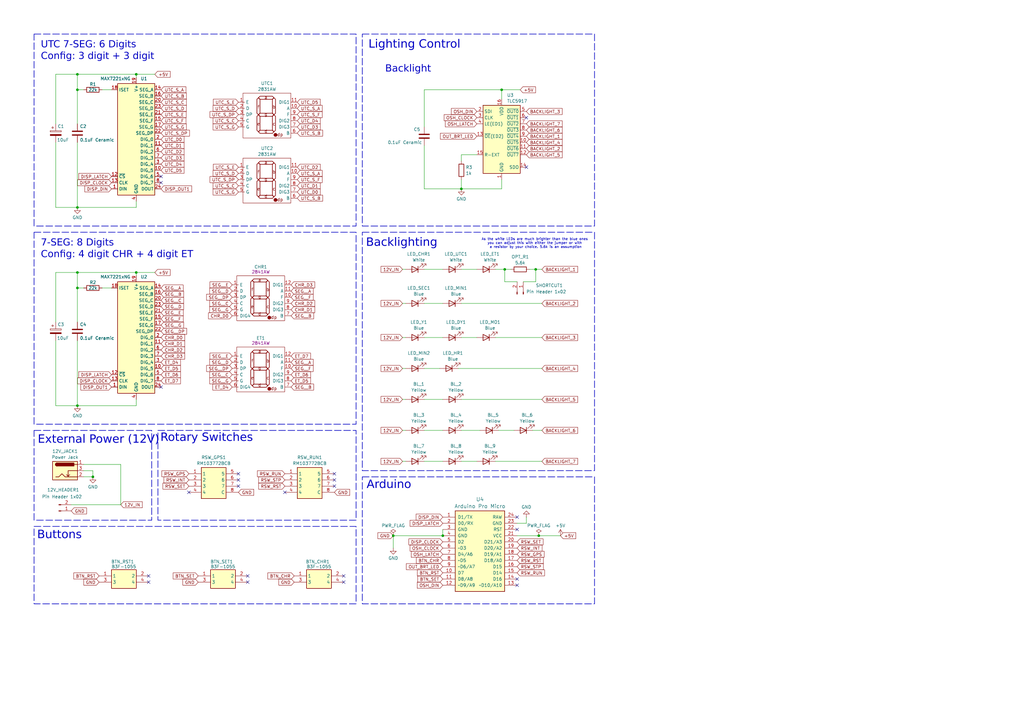
<source format=kicad_sch>
(kicad_sch (version 20231120) (generator "eeschema") (generator_version "8.0")
  (paper "A3")
  (title_block (title "CHRONO Panel") (date "2024-12-08") (rev "V1.0") (company "S.K."))
  (junction (at 31.75 36.83))
  (junction (at 161.29 219.71))
  (junction (at 220.98 219.71))
  (junction (at 31.75 85.09))
  (junction (at 189.23 77.47))
  (junction (at 38.1 195.58))
  (junction (at 181.61 219.71))
  (junction (at 31.75 118.11))
  (junction (at 205.74 36.83))
  (junction (at 55.88 30.48))
  (junction (at 31.75 30.48))
  (junction (at 207.01 110.49))
  (junction (at 55.88 111.76))
  (junction (at 31.75 111.76))
  (junction (at 219.71 110.49))
  (junction (at 31.75 166.37))
  (no_connect (at 66.04 72.39))
  (no_connect (at 101.6 238.76))
  (no_connect (at 60.96 238.76))
  (no_connect (at 212.09 240.03))
  (no_connect (at 97.79 194.31))
  (no_connect (at 215.9 68.58))
  (no_connect (at 140.97 236.22))
  (no_connect (at 140.97 238.76))
  (no_connect (at 137.16 194.31))
  (no_connect (at 66.04 158.75))
  (no_connect (at 116.84 201.93))
  (no_connect (at 137.16 199.39))
  (no_connect (at 212.09 237.49))
  (no_connect (at 66.04 74.93))
  (no_connect (at 212.09 212.09))
  (no_connect (at 212.09 217.17))
  (no_connect (at 137.16 196.85))
  (no_connect (at 101.6 236.22))
  (no_connect (at 215.9 48.26))
  (no_connect (at 77.47 201.93))
  (no_connect (at 97.79 199.39))
  (no_connect (at 60.96 236.22))
  (no_connect (at 97.79 196.85))
  (wire (pts (xy 55.88 30.48) (xy 55.88 31.75)))
  (wire (pts (xy 205.74 77.47) (xy 205.74 73.66)))
  (wire (pts (xy 173.99 59.69) (xy 173.99 77.47)))
  (wire (pts (xy 49.53 190.5) (xy 49.53 207.01)))
  (wire (pts (xy 214.63 115.57) (xy 219.71 115.57)))
  (wire (pts (xy 215.9 214.63) (xy 215.9 212.09)))
  (wire (pts (xy 22.86 58.42) (xy 22.86 85.09)))
  (wire (pts (xy 34.29 195.58) (xy 38.1 195.58)))
  (wire (pts (xy 203.2 138.43) (xy 222.25 138.43)))
  (wire (pts (xy 189.23 77.47) (xy 205.74 77.47)))
  (wire (pts (xy 173.99 189.23) (xy 181.61 189.23)))
  (wire (pts (xy 165.1 110.49) (xy 166.37 110.49)))
  (wire (pts (xy 189.23 110.49) (xy 195.58 110.49)))
  (wire (pts (xy 204.47 176.53) (xy 210.82 176.53)))
  (wire (pts (xy 31.75 36.83) (xy 31.75 30.48)))
  (wire (pts (xy 31.75 139.7) (xy 31.75 166.37)))
  (wire (pts (xy 173.99 151.13) (xy 180.34 151.13)))
  (wire (pts (xy 203.2 189.23) (xy 222.25 189.23)))
  (wire (pts (xy 161.29 224.79) (xy 161.29 219.71)))
  (wire (pts (xy 31.75 85.09) (xy 22.86 85.09)))
  (wire (pts (xy 63.5 111.76) (xy 55.88 111.76)))
  (wire (pts (xy 55.88 166.37) (xy 31.75 166.37)))
  (wire (pts (xy 187.96 151.13) (xy 222.25 151.13)))
  (wire (pts (xy 161.29 219.71) (xy 181.61 219.71)))
  (wire (pts (xy 34.29 118.11) (xy 31.75 118.11)))
  (wire (pts (xy 29.21 207.01) (xy 49.53 207.01)))
  (wire (pts (xy 166.37 163.83) (xy 165.1 163.83)))
  (wire (pts (xy 22.86 132.08) (xy 22.86 111.76)))
  (wire (pts (xy 34.29 190.5) (xy 49.53 190.5)))
  (wire (pts (xy 217.17 110.49) (xy 219.71 110.49)))
  (wire (pts (xy 166.37 124.46) (xy 165.1 124.46)))
  (wire (pts (xy 205.74 36.83) (xy 213.36 36.83)))
  (wire (pts (xy 41.91 36.83) (xy 45.72 36.83)))
  (wire (pts (xy 31.75 118.11) (xy 31.75 132.08)))
  (wire (pts (xy 166.37 151.13) (xy 165.1 151.13)))
  (wire (pts (xy 189.23 63.5) (xy 189.23 66.04)))
  (wire (pts (xy 212.09 219.71) (xy 220.98 219.71)))
  (wire (pts (xy 34.29 36.83) (xy 31.75 36.83)))
  (wire (pts (xy 22.86 50.8) (xy 22.86 30.48)))
  (wire (pts (xy 38.1 193.04) (xy 38.1 195.58)))
  (wire (pts (xy 207.01 115.57) (xy 207.01 110.49)))
  (wire (pts (xy 189.23 138.43) (xy 195.58 138.43)))
  (wire (pts (xy 195.58 63.5) (xy 189.23 63.5)))
  (wire (pts (xy 218.44 176.53) (xy 222.25 176.53)))
  (wire (pts (xy 173.99 77.47) (xy 189.23 77.47)))
  (wire (pts (xy 55.88 111.76) (xy 55.88 113.03)))
  (wire (pts (xy 189.23 189.23) (xy 195.58 189.23)))
  (wire (pts (xy 173.99 176.53) (xy 181.61 176.53)))
  (wire (pts (xy 181.61 217.17) (xy 181.61 219.71)))
  (wire (pts (xy 31.75 30.48) (xy 55.88 30.48)))
  (wire (pts (xy 34.29 193.04) (xy 38.1 193.04)))
  (wire (pts (xy 173.99 124.46) (xy 181.61 124.46)))
  (wire (pts (xy 219.71 115.57) (xy 219.71 110.49)))
  (wire (pts (xy 207.01 110.49) (xy 209.55 110.49)))
  (wire (pts (xy 55.88 163.83) (xy 55.88 166.37)))
  (wire (pts (xy 22.86 111.76) (xy 31.75 111.76)))
  (wire (pts (xy 173.99 36.83) (xy 205.74 36.83)))
  (wire (pts (xy 31.75 111.76) (xy 55.88 111.76)))
  (wire (pts (xy 166.37 138.43) (xy 165.1 138.43)))
  (wire (pts (xy 22.86 139.7) (xy 22.86 166.37)))
  (wire (pts (xy 189.23 124.46) (xy 222.25 124.46)))
  (wire (pts (xy 189.23 163.83) (xy 222.25 163.83)))
  (wire (pts (xy 219.71 110.49) (xy 222.25 110.49)))
  (wire (pts (xy 55.88 85.09) (xy 31.75 85.09)))
  (wire (pts (xy 31.75 166.37) (xy 22.86 166.37)))
  (wire (pts (xy 165.1 176.53) (xy 166.37 176.53)))
  (wire (pts (xy 189.23 176.53) (xy 196.85 176.53)))
  (wire (pts (xy 31.75 36.83) (xy 31.75 50.8)))
  (wire (pts (xy 55.88 82.55) (xy 55.88 85.09)))
  (wire (pts (xy 212.09 214.63) (xy 215.9 214.63)))
  (wire (pts (xy 173.99 36.83) (xy 173.99 52.07)))
  (wire (pts (xy 220.98 219.71) (xy 229.87 219.71)))
  (wire (pts (xy 189.23 73.66) (xy 189.23 77.47)))
  (wire (pts (xy 205.74 36.83) (xy 205.74 40.64)))
  (wire (pts (xy 31.75 58.42) (xy 31.75 85.09)))
  (wire (pts (xy 173.99 163.83) (xy 181.61 163.83)))
  (wire (pts (xy 203.2 110.49) (xy 207.01 110.49)))
  (wire (pts (xy 41.91 118.11) (xy 45.72 118.11)))
  (wire (pts (xy 173.99 110.49) (xy 181.61 110.49)))
  (wire (pts (xy 22.86 30.48) (xy 31.75 30.48)))
  (wire (pts (xy 63.5 30.48) (xy 55.88 30.48)))
  (wire (pts (xy 212.09 115.57) (xy 207.01 115.57)))
  (wire (pts (xy 173.99 138.43) (xy 181.61 138.43)))
  (wire (pts (xy 31.75 118.11) (xy 31.75 111.76)))
  (wire (pts (xy 166.37 189.23) (xy 165.1 189.23)))
  (rectangle (start 148.59 13.97) (end 243.84 92.71) (stroke (width 0.254) (type dash)))
  (rectangle (start 64.77 176.53) (end 146.05 213.36) (stroke (width 0.254) (type dash)))
  (rectangle (start 148.59 195.58) (end 243.84 247.65) (stroke (width 0.254) (type dash)))
  (rectangle (start 13.97 215.9) (end 146.05 247.65) (stroke (width 0.254) (type dash)))
  (rectangle (start 13.97 95.25) (end 146.05 173.99) (stroke (width 0.254) (type dash)))
  (rectangle (start 13.97 13.97) (end 146.05 92.71) (stroke (width 0.254) (type dash)))
  (rectangle (start 148.5899 95.25) (end 243.84 193.04) (stroke (width 0.254) (type dash)))
  (rectangle (start 13.97 176.53) (end 62.23 213.36) (stroke (width 0.254) (type dash)))
  (text "Arduino" (at 150.368 197.866 0) (effects (font (size 3.3782 3.3782)) (justify left top)))
  (text "External Power (12V)" (at 15.494 179.324 0) (effects (font (size 3.3782 3.3782)) (justify left top)))
  (text "Backlighting" (at 150.114 98.552 0) (effects (font (size 3.3782 3.3782)) (justify left top)))
  (text "Backlight" (at 157.988 27.432 0) (effects (font (size 2.8956 2.8956)) (justify left top)))
  (text "Rotary Switches" (at 65.786 178.562 0) (effects (font (size 3.3782 3.3782)) (justify left top)))
  (text "Lighting Control" (at 151.13 17.272 0) (effects (font (size 3.3782 3.3782)) (justify left top)))
  (text "UTC 7-SEG: 6 Digits\nConfig: 3 digit + 3 digit" (at 16.764 17.526 0) (effects (font (size 2.8448 2.8448)) (justify left top)))
  (text "As the white LEDs are much brighter than the blue ones \nyou can adjust this with either the jumper or with \na resistor by your choice. 5.6k is an assumption" (at 219.71 99.822 0) (effects (font (size 1 1))))
  (text "Buttons" (at 15.24 218.44 0) (effects (font (size 3.3782 3.3782)) (justify left top)))
  (text "7-SEG: 8 Digits\nConfig: 4 digit CHR + 4 digit ET" (at 16.764 98.806 0) (effects (font (size 2.8448 2.8448)) (justify left top)))
  (global_label "DISP_DIN" (shape input) (at 181.61 212.09 180) (property "Intersheetrefs" "${INTERSHEET_REFS}" (effects (hide yes))))
  (global_label "RSW_STP" (shape input) (at 212.09 232.41 0) (property "Intersheetrefs" "${INTERSHEET_REFS}" (effects (hide yes))))
  (global_label "12V_IN" (shape input) (at 165.1 163.83 180) (property "Intersheetrefs" "${INTERSHEET_REFS}" (effects (hide yes))))
  (global_label "UTC_S_C" (shape input) (at 66.04 41.91 0) (property "Intersheetrefs" "${INTERSHEET_REFS}" (effects (hide yes))))
  (global_label "OUT_BRT_LED" (shape input) (at 195.58 55.88 180) (property "Intersheetrefs" "${INTERSHEET_REFS}" (effects (hide yes))))
  (global_label "UTC_D1" (shape input) (at 121.92 76.2 0) (property "Intersheetrefs" "${INTERSHEET_REFS}" (effects (hide yes))))
  (global_label "12V_IN" (shape input) (at 165.1 151.13 180) (property "Intersheetrefs" "${INTERSHEET_REFS}" (effects (hide yes))))
  (global_label "OSH_DIN" (shape input) (at 181.61 240.03 180) (property "Intersheetrefs" "${INTERSHEET_REFS}" (effects (hide yes))))
  (global_label "RSW_SET" (shape input) (at 212.09 222.25 0) (property "Intersheetrefs" "${INTERSHEET_REFS}" (effects (hide yes))))
  (global_label "RSW_GPS" (shape input) (at 212.09 227.33 0) (property "Intersheetrefs" "${INTERSHEET_REFS}" (effects (hide yes))))
  (global_label "12V_IN" (shape input) (at 49.53 207.01 0) (property "Intersheetrefs" "${INTERSHEET_REFS}" (effects (hide yes))))
  (global_label "DISP_CLOCK" (shape input) (at 45.72 156.21 180) (property "Intersheetrefs" "${INTERSHEET_REFS}" (effects (hide yes))))
  (global_label "DISP_LATCH" (shape input) (at 45.72 72.39 180) (property "Intersheetrefs" "${INTERSHEET_REFS}" (effects (hide yes))))
  (global_label "SEG__G" (shape input) (at 95.25 156.21 180) (property "Intersheetrefs" "${INTERSHEET_REFS}" (effects (hide yes))))
  (global_label "UTC_D4" (shape input) (at 121.92 49.53 0) (property "Intersheetrefs" "${INTERSHEET_REFS}" (effects (hide yes))))
  (global_label "RSW_RUN" (shape input) (at 212.09 234.95 0) (property "Intersheetrefs" "${INTERSHEET_REFS}" (effects (hide yes))))
  (global_label "SEG__E" (shape input) (at 66.04 128.27 0) (property "Intersheetrefs" "${INTERSHEET_REFS}" (effects (hide yes))))
  (global_label "DISP_DIN" (shape input) (at 45.72 77.47 180) (property "Intersheetrefs" "${INTERSHEET_REFS}" (effects (hide yes))))
  (global_label "UTC_S_G" (shape input) (at 97.79 78.74 180) (property "Intersheetrefs" "${INTERSHEET_REFS}" (effects (hide yes))))
  (global_label "GND" (shape input) (at 81.28 238.76 180) (property "Intersheetrefs" "${INTERSHEET_REFS}" (effects (hide yes))))
  (global_label "BTN_CHR" (shape input) (at 181.61 229.87 180) (property "Intersheetrefs" "${INTERSHEET_REFS}" (effects (hide yes))))
  (global_label "DISP_LATCH" (shape input) (at 45.72 153.67 180) (property "Intersheetrefs" "${INTERSHEET_REFS}" (effects (hide yes))))
  (global_label "BTN_SET" (shape input) (at 181.61 237.49 180) (property "Intersheetrefs" "${INTERSHEET_REFS}" (effects (hide yes))))
  (global_label "UTC_S_DP" (shape input) (at 66.04 54.61 0) (property "Intersheetrefs" "${INTERSHEET_REFS}" (effects (hide yes))))
  (global_label "BACKLIGHT_4" (shape input) (at 215.9 58.42 0) (property "Intersheetrefs" "${INTERSHEET_REFS}" (effects (hide yes))))
  (global_label "OSH_CLOCK" (shape input) (at 181.61 224.79 180) (property "Intersheetrefs" "${INTERSHEET_REFS}" (effects (hide yes))))
  (global_label "UTC_D3" (shape input) (at 66.04 64.77 0) (property "Intersheetrefs" "${INTERSHEET_REFS}" (effects (hide yes))))
  (global_label "SEG__E" (shape input) (at 95.25 146.05 180) (property "Intersheetrefs" "${INTERSHEET_REFS}" (effects (hide yes))))
  (global_label "UTC_S_C" (shape input) (at 97.79 49.53 180) (property "Intersheetrefs" "${INTERSHEET_REFS}" (effects (hide yes))))
  (global_label "RSW_INT" (shape input) (at 212.09 224.79 0) (property "Intersheetrefs" "${INTERSHEET_REFS}" (effects (hide yes))))
  (global_label "UTC_S_F" (shape input) (at 121.92 73.66 0) (property "Intersheetrefs" "${INTERSHEET_REFS}" (effects (hide yes))))
  (global_label "BTN_SET" (shape input) (at 81.28 236.22 180) (property "Intersheetrefs" "${INTERSHEET_REFS}" (effects (hide yes))))
  (global_label "SEG__D" (shape input) (at 66.04 125.73 0) (property "Intersheetrefs" "${INTERSHEET_REFS}" (effects (hide yes))))
  (global_label "RSW_GPS" (shape input) (at 77.47 194.31 180) (property "Intersheetrefs" "${INTERSHEET_REFS}" (effects (hide yes))))
  (global_label "BACKLIGHT_7" (shape input) (at 215.9 50.8 0) (property "Intersheetrefs" "${INTERSHEET_REFS}" (effects (hide yes))))
  (global_label "UTC_S_A" (shape input) (at 121.92 71.12 0) (property "Intersheetrefs" "${INTERSHEET_REFS}" (effects (hide yes))))
  (global_label "UTC_S_F" (shape input) (at 121.92 46.99 0) (property "Intersheetrefs" "${INTERSHEET_REFS}" (effects (hide yes))))
  (global_label "UTC_D5" (shape input) (at 121.92 41.91 0) (property "Intersheetrefs" "${INTERSHEET_REFS}" (effects (hide yes))))
  (global_label "RSW_INT" (shape input) (at 77.47 196.85 180) (property "Intersheetrefs" "${INTERSHEET_REFS}" (effects (hide yes))))
  (global_label "ET_D6" (shape input) (at 66.04 153.67 0) (property "Intersheetrefs" "${INTERSHEET_REFS}" (effects (hide yes))))
  (global_label "UTC_S_C" (shape input) (at 97.79 76.2 180) (property "Intersheetrefs" "${INTERSHEET_REFS}" (effects (hide yes))))
  (global_label "GND" (shape input) (at 40.64 238.76 180) (property "Intersheetrefs" "${INTERSHEET_REFS}" (effects (hide yes))))
  (global_label "+5V" (shape input) (at 213.36 36.83 0) (property "Intersheetrefs" "${INTERSHEET_REFS}" (effects (hide yes))))
  (global_label "DISP_OUT1" (shape input) (at 66.04 77.47 0) (property "Intersheetrefs" "${INTERSHEET_REFS}" (effects (hide yes))))
  (global_label "DISP_CLOCK" (shape input) (at 45.72 74.93 180) (property "Intersheetrefs" "${INTERSHEET_REFS}" (effects (hide yes))))
  (global_label "OSH_DIN" (shape input) (at 195.58 45.72 180) (property "Intersheetrefs" "${INTERSHEET_REFS}" (effects (hide yes))))
  (global_label "ET_D5" (shape input) (at 66.04 151.13 0) (property "Intersheetrefs" "${INTERSHEET_REFS}" (effects (hide yes))))
  (global_label "BACKLIGHT_5" (shape input) (at 222.25 163.83 0) (property "Intersheetrefs" "${INTERSHEET_REFS}" (effects (hide yes))))
  (global_label "BACKLIGHT_6" (shape input) (at 215.9 53.34 0) (property "Intersheetrefs" "${INTERSHEET_REFS}" (effects (hide yes))))
  (global_label "DISP_LATCH" (shape input) (at 181.61 214.63 180) (property "Intersheetrefs" "${INTERSHEET_REFS}" (effects (hide yes))))
  (global_label "ET_D7" (shape input) (at 119.38 146.05 0) (property "Intersheetrefs" "${INTERSHEET_REFS}" (effects (hide yes))))
  (global_label "SEG__C" (shape input) (at 66.04 123.19 0) (property "Intersheetrefs" "${INTERSHEET_REFS}" (effects (hide yes))))
  (global_label "SEG__B" (shape input) (at 66.04 120.65 0) (property "Intersheetrefs" "${INTERSHEET_REFS}" (effects (hide yes))))
  (global_label "UTC_S_DP" (shape input) (at 97.79 46.99 180) (property "Intersheetrefs" "${INTERSHEET_REFS}" (effects (hide yes))))
  (global_label "UTC_D0" (shape input) (at 121.92 78.74 0) (property "Intersheetrefs" "${INTERSHEET_REFS}" (effects (hide yes))))
  (global_label "SEG__G" (shape input) (at 95.25 127 180) (property "Intersheetrefs" "${INTERSHEET_REFS}" (effects (hide yes))))
  (global_label "UTC_S_A" (shape input) (at 121.92 44.45 0) (property "Intersheetrefs" "${INTERSHEET_REFS}" (effects (hide yes))))
  (global_label "SEG__B" (shape input) (at 119.38 158.75 0) (property "Intersheetrefs" "${INTERSHEET_REFS}" (effects (hide yes))))
  (global_label "SEG__DP" (shape input) (at 95.25 121.92 180) (property "Intersheetrefs" "${INTERSHEET_REFS}" (effects (hide yes))))
  (global_label "+5V" (shape input) (at 63.5 30.48 0) (property "Intersheetrefs" "${INTERSHEET_REFS}" (effects (hide yes))))
  (global_label "UTC_S_E" (shape input) (at 97.79 68.58 180) (property "Intersheetrefs" "${INTERSHEET_REFS}" (effects (hide yes))))
  (global_label "DISP_OUT1" (shape input) (at 45.72 158.75 180) (property "Intersheetrefs" "${INTERSHEET_REFS}" (effects (hide yes))))
  (global_label "BACKLIGHT_1" (shape input) (at 222.25 110.49 0) (property "Intersheetrefs" "${INTERSHEET_REFS}" (effects (hide yes))))
  (global_label "BACKLIGHT_5" (shape input) (at 215.9 63.5 0) (property "Intersheetrefs" "${INTERSHEET_REFS}" (effects (hide yes))))
  (global_label "RSW_RST" (shape input) (at 116.84 199.39 180) (property "Intersheetrefs" "${INTERSHEET_REFS}" (effects (hide yes))))
  (global_label "BACKLIGHT_4" (shape input) (at 222.25 151.13 0) (property "Intersheetrefs" "${INTERSHEET_REFS}" (effects (hide yes))))
  (global_label "UTC_S_D" (shape input) (at 66.04 44.45 0) (property "Intersheetrefs" "${INTERSHEET_REFS}" (effects (hide yes))))
  (global_label "ET_D6" (shape input) (at 119.38 153.67 0) (property "Intersheetrefs" "${INTERSHEET_REFS}" (effects (hide yes))))
  (global_label "CHR_D2" (shape input) (at 66.04 143.51 0) (property "Intersheetrefs" "${INTERSHEET_REFS}" (effects (hide yes))))
  (global_label "BTN_CHR" (shape input) (at 120.65 236.22 180) (property "Intersheetrefs" "${INTERSHEET_REFS}" (effects (hide yes))))
  (global_label "12V_IN" (shape input) (at 165.1 176.53 180) (property "Intersheetrefs" "${INTERSHEET_REFS}" (effects (hide yes))))
  (global_label "OSH_LATCH" (shape input) (at 195.58 50.8 180) (property "Intersheetrefs" "${INTERSHEET_REFS}" (effects (hide yes))))
  (global_label "UTC_S_G" (shape input) (at 66.04 52.07 0) (property "Intersheetrefs" "${INTERSHEET_REFS}" (effects (hide yes))))
  (global_label "BACKLIGHT_2" (shape input) (at 215.9 60.96 0) (property "Intersheetrefs" "${INTERSHEET_REFS}" (effects (hide yes))))
  (global_label "UTC_D4" (shape input) (at 66.04 67.31 0) (property "Intersheetrefs" "${INTERSHEET_REFS}" (effects (hide yes))))
  (global_label "CHR_D1" (shape input) (at 119.38 127 0) (property "Intersheetrefs" "${INTERSHEET_REFS}" (effects (hide yes))))
  (global_label "SEG__D" (shape input) (at 95.25 148.59 180) (property "Intersheetrefs" "${INTERSHEET_REFS}" (effects (hide yes))))
  (global_label "ET_D7" (shape input) (at 66.04 156.21 0) (property "Intersheetrefs" "${INTERSHEET_REFS}" (effects (hide yes))))
  (global_label "CHR_D3" (shape input) (at 66.04 146.05 0) (property "Intersheetrefs" "${INTERSHEET_REFS}" (effects (hide yes))))
  (global_label "SEG__A" (shape input) (at 119.38 148.59 0) (property "Intersheetrefs" "${INTERSHEET_REFS}" (effects (hide yes))))
  (global_label "UTC_D1" (shape input) (at 66.04 59.69 0) (property "Intersheetrefs" "${INTERSHEET_REFS}" (effects (hide yes))))
  (global_label "UTC_S_D" (shape input) (at 97.79 44.45 180) (property "Intersheetrefs" "${INTERSHEET_REFS}" (effects (hide yes))))
  (global_label "GND" (shape input) (at 137.16 201.93 0) (property "Intersheetrefs" "${INTERSHEET_REFS}" (effects (hide yes))))
  (global_label "GND" (shape input) (at 29.21 209.55 0) (property "Intersheetrefs" "${INTERSHEET_REFS}" (effects (hide yes))))
  (global_label "UTC_D2" (shape input) (at 121.92 68.58 0) (property "Intersheetrefs" "${INTERSHEET_REFS}" (effects (hide yes))))
  (global_label "SEG__A" (shape input) (at 66.04 118.11 0) (property "Intersheetrefs" "${INTERSHEET_REFS}" (effects (hide yes))))
  (global_label "GND" (shape input) (at 120.65 238.76 180) (property "Intersheetrefs" "${INTERSHEET_REFS}" (effects (hide yes))))
  (global_label "RSW_RUN" (shape input) (at 116.84 194.31 180) (property "Intersheetrefs" "${INTERSHEET_REFS}" (effects (hide yes))))
  (global_label "UTC_S_F" (shape input) (at 66.04 49.53 0) (property "Intersheetrefs" "${INTERSHEET_REFS}" (effects (hide yes))))
  (global_label "ET_D4" (shape input) (at 66.04 148.59 0) (property "Intersheetrefs" "${INTERSHEET_REFS}" (effects (hide yes))))
  (global_label "BTN_RST" (shape input) (at 181.61 234.95 180) (property "Intersheetrefs" "${INTERSHEET_REFS}" (effects (hide yes))))
  (global_label "BTN_RST" (shape input) (at 40.64 236.22 180) (property "Intersheetrefs" "${INTERSHEET_REFS}" (effects (hide yes))))
  (global_label "12V_IN" (shape input) (at 165.1 138.43 180) (property "Intersheetrefs" "${INTERSHEET_REFS}" (effects (hide yes))))
  (global_label "SEG__F" (shape input) (at 119.38 121.92 0) (property "Intersheetrefs" "${INTERSHEET_REFS}" (effects (hide yes))))
  (global_label "SEG__C" (shape input) (at 95.25 124.46 180) (property "Intersheetrefs" "${INTERSHEET_REFS}" (effects (hide yes))))
  (global_label "BACKLIGHT_7" (shape input) (at 222.25 189.23 0) (property "Intersheetrefs" "${INTERSHEET_REFS}" (effects (hide yes))))
  (global_label "UTC_S_E" (shape input) (at 97.79 41.91 180) (property "Intersheetrefs" "${INTERSHEET_REFS}" (effects (hide yes))))
  (global_label "UTC_S_E" (shape input) (at 66.04 46.99 0) (property "Intersheetrefs" "${INTERSHEET_REFS}" (effects (hide yes))))
  (global_label "UTC_S_G" (shape input) (at 97.79 52.07 180) (property "Intersheetrefs" "${INTERSHEET_REFS}" (effects (hide yes))))
  (global_label "CHR_D0" (shape input) (at 95.25 129.54 180) (property "Intersheetrefs" "${INTERSHEET_REFS}" (effects (hide yes))))
  (global_label "SEG__F" (shape input) (at 119.38 151.13 0) (property "Intersheetrefs" "${INTERSHEET_REFS}" (effects (hide yes))))
  (global_label "RSW_RST" (shape input) (at 212.09 229.87 0) (property "Intersheetrefs" "${INTERSHEET_REFS}" (effects (hide yes))))
  (global_label "ET_D5" (shape input) (at 119.38 156.21 0) (property "Intersheetrefs" "${INTERSHEET_REFS}" (effects (hide yes))))
  (global_label "CHR_D1" (shape input) (at 66.04 140.97 0) (property "Intersheetrefs" "${INTERSHEET_REFS}" (effects (hide yes))))
  (global_label "RSW_SET" (shape input) (at 77.47 199.39 180) (property "Intersheetrefs" "${INTERSHEET_REFS}" (effects (hide yes))))
  (global_label "CHR_D3" (shape input) (at 119.38 116.84 0) (property "Intersheetrefs" "${INTERSHEET_REFS}" (effects (hide yes))))
  (global_label "SEG__D" (shape input) (at 95.25 119.38 180) (property "Intersheetrefs" "${INTERSHEET_REFS}" (effects (hide yes))))
  (global_label "CHR_D0" (shape input) (at 66.04 138.43 0) (property "Intersheetrefs" "${INTERSHEET_REFS}" (effects (hide yes))))
  (global_label "UTC_S_B" (shape input) (at 121.92 54.61 0) (property "Intersheetrefs" "${INTERSHEET_REFS}" (effects (hide yes))))
  (global_label "GND" (shape input) (at 97.79 201.93 0) (property "Intersheetrefs" "${INTERSHEET_REFS}" (effects (hide yes))))
  (global_label "SEG__DP" (shape input) (at 95.25 151.13 180) (property "Intersheetrefs" "${INTERSHEET_REFS}" (effects (hide yes))))
  (global_label "UTC_D0" (shape input) (at 66.04 57.15 0) (property "Intersheetrefs" "${INTERSHEET_REFS}" (effects (hide yes))))
  (global_label "BACKLIGHT_6" (shape input) (at 222.25 176.53 0) (property "Intersheetrefs" "${INTERSHEET_REFS}" (effects (hide yes))))
  (global_label "DISP_CLOCK" (shape input) (at 181.61 222.25 180) (property "Intersheetrefs" "${INTERSHEET_REFS}" (effects (hide yes))))
  (global_label "BACKLIGHT_2" (shape input) (at 222.25 124.46 0) (property "Intersheetrefs" "${INTERSHEET_REFS}" (effects (hide yes))))
  (global_label "OSH_CLOCK" (shape input) (at 195.58 48.26 180) (property "Intersheetrefs" "${INTERSHEET_REFS}" (effects (hide yes))))
  (global_label "SEG__E" (shape input) (at 95.25 116.84 180) (property "Intersheetrefs" "${INTERSHEET_REFS}" (effects (hide yes))))
  (global_label "UTC_S_D" (shape input) (at 97.79 71.12 180) (property "Intersheetrefs" "${INTERSHEET_REFS}" (effects (hide yes))))
  (global_label "CHR_D2" (shape input) (at 119.38 124.46 0) (property "Intersheetrefs" "${INTERSHEET_REFS}" (effects (hide yes))))
  (global_label "OUT_BRT_LED" (shape input) (at 181.61 232.41 180) (property "Intersheetrefs" "${INTERSHEET_REFS}" (effects (hide yes))))
  (global_label "ET_D4" (shape input) (at 95.25 158.75 180) (property "Intersheetrefs" "${INTERSHEET_REFS}" (effects (hide yes))))
  (global_label "12V_IN" (shape input) (at 165.1 110.49 180) (property "Intersheetrefs" "${INTERSHEET_REFS}" (effects (hide yes))))
  (global_label "12V_IN" (shape input) (at 165.1 189.23 180) (property "Intersheetrefs" "${INTERSHEET_REFS}" (effects (hide yes))))
  (global_label "GND" (shape input) (at 161.29 219.71 180) (property "Intersheetrefs" "${INTERSHEET_REFS}" (effects (hide yes))))
  (global_label "SEG__C" (shape input) (at 95.25 153.67 180) (property "Intersheetrefs" "${INTERSHEET_REFS}" (effects (hide yes))))
  (global_label "SEG__A" (shape input) (at 119.38 119.38 0) (property "Intersheetrefs" "${INTERSHEET_REFS}" (effects (hide yes))))
  (global_label "BACKLIGHT_3" (shape input) (at 215.9 45.72 0) (property "Intersheetrefs" "${INTERSHEET_REFS}" (effects (hide yes))))
  (global_label "UTC_D2" (shape input) (at 66.04 62.23 0) (property "Intersheetrefs" "${INTERSHEET_REFS}" (effects (hide yes))))
  (global_label "+5V" (shape input) (at 229.87 219.71 0) (property "Intersheetrefs" "${INTERSHEET_REFS}" (effects (hide yes))))
  (global_label "UTC_S_B" (shape input) (at 121.92 81.28 0) (property "Intersheetrefs" "${INTERSHEET_REFS}" (effects (hide yes))))
  (global_label "12V_IN" (shape input) (at 165.1 124.46 180) (property "Intersheetrefs" "${INTERSHEET_REFS}" (effects (hide yes))))
  (global_label "UTC_D5" (shape input) (at 66.04 69.85 0) (property "Intersheetrefs" "${INTERSHEET_REFS}" (effects (hide yes))))
  (global_label "SEG__F" (shape input) (at 66.04 130.81 0) (property "Intersheetrefs" "${INTERSHEET_REFS}" (effects (hide yes))))
  (global_label "UTC_S_B" (shape input) (at 66.04 39.37 0) (property "Intersheetrefs" "${INTERSHEET_REFS}" (effects (hide yes))))
  (global_label "OSH_LATCH" (shape input) (at 181.61 227.33 180) (property "Intersheetrefs" "${INTERSHEET_REFS}" (effects (hide yes))))
  (global_label "UTC_D3" (shape input) (at 121.92 52.07 0) (property "Intersheetrefs" "${INTERSHEET_REFS}" (effects (hide yes))))
  (global_label "+5V" (shape input) (at 63.5 111.76 0) (property "Intersheetrefs" "${INTERSHEET_REFS}" (effects (hide yes))))
  (global_label "SEG__G" (shape input) (at 66.04 133.35 0) (property "Intersheetrefs" "${INTERSHEET_REFS}" (effects (hide yes))))
  (global_label "UTC_S_DP" (shape input) (at 97.79 73.66 180) (property "Intersheetrefs" "${INTERSHEET_REFS}" (effects (hide yes))))
  (global_label "BACKLIGHT_1" (shape input) (at 215.9 55.88 0) (property "Intersheetrefs" "${INTERSHEET_REFS}" (effects (hide yes))))
  (global_label "UTC_S_A" (shape input) (at 66.04 36.83 0) (property "Intersheetrefs" "${INTERSHEET_REFS}" (effects (hide yes))))
  (global_label "SEG__DP" (shape input) (at 66.04 135.89 0) (property "Intersheetrefs" "${INTERSHEET_REFS}" (effects (hide yes))))
  (global_label "SEG__B" (shape input) (at 119.38 129.54 0) (property "Intersheetrefs" "${INTERSHEET_REFS}" (effects (hide yes))))
  (global_label "BACKLIGHT_3" (shape input) (at 222.25 138.43 0) (property "Intersheetrefs" "${INTERSHEET_REFS}" (effects (hide yes))))
  (global_label "RSW_STP" (shape input) (at 116.84 196.85 180) (property "Intersheetrefs" "${INTERSHEET_REFS}" (effects (hide yes))))
  (symbol (lib_id "Device:LED") (at 170.18 189.23 180) (unit 1)
    (property "Reference" "BL_7" (at 171.7675 182.9265 0))
    (property "Value" "Yellow" (at 171.7675 185.3508 0))
    (property "Footprint" "LED_THT:LED_D3.0mm" (effects (hide yes)))
    (property "Description" "Light emitting diode" (effects (hide yes)))
  )
  (symbol (lib_id "Connector:Conn_01x02_Pin") (at 24.13 209.55 0) (mirror x) (unit 1)
    (property "Reference" "12V_HEADER1" (at 25.908 200.914 0))
    (property "Value" "Pin Header 1x02" (at 25.4 203.708 0))
    (property "Footprint" "Connector_JST:JST_EH_B2B-EH-A_1x02_P2.50mm_Vertical" (effects (hide yes)))
    (property "Description" "Generic connector, single row, 01x02, script generated" (effects (hide yes)))
  )
  (symbol (lib_id "Device:C") (at 173.99 55.88 0) (unit 1)
    (property "Reference" "C5" (at 169.672 53.086 0) (effects (justify left)))
    (property "Value" "0.1uF Ceramic" (at 159.004 58.42 0) (effects (justify left)))
    (property "Footprint" "Capacitor_THT:C_Disc_D3.0mm_W1.6mm_P2.50mm" (effects (hide yes)))
    (property "Description" "Unpolarized capacitor" (effects (hide yes)))
  )
  (symbol (lib_id "Device:LED") (at 184.15 151.13 180) (unit 1)
    (property "Reference" "LED_HR1" (at 185.7375 144.8265 0))
    (property "Value" "Blue" (at 185.7375 147.2508 0))
    (property "Footprint" "LED_THT:LED_D3.0mm" (effects (hide yes)))
    (property "Description" "Light emitting diode" (effects (hide yes)))
  )
  (symbol (lib_id "Device:LED") (at 185.42 163.83 180) (unit 1)
    (property "Reference" "BL_2" (at 187.0075 157.5265 0))
    (property "Value" "Yellow" (at 187.0075 159.9508 0))
    (property "Footprint" "LED_THT:LED_D3.0mm" (effects (hide yes)))
    (property "Description" "Light emitting diode" (effects (hide yes)))
  )
  (symbol (lib_id "Device:R") (at 38.1 36.83 90) (unit 1)
    (property "Reference" "R1" (at 38.1 34.544 90))
    (property "Value" "22k" (at 38.1 36.83 90))
    (property "Footprint" "Resistor_THT:R_Axial_DIN0204_L3.6mm_D1.6mm_P7.62mm_Horizontal" (effects (hide yes)))
    (property "Description" "Resistor" (effects (hide yes)))
  )
  (symbol (lib_id "Device:LED") (at 170.18 110.49 180) (unit 1)
    (property "Reference" "LED_CHR1" (at 171.7675 104.1865 0))
    (property "Value" "White" (at 171.7675 106.6108 0))
    (property "Footprint" "LED_THT:LED_D3.0mm" (effects (hide yes)))
    (property "Description" "Light emitting diode" (effects (hide yes)))
  )
  (symbol (lib_id "Device:LED") (at 199.39 138.43 180) (unit 1)
    (property "Reference" "LED_MO1" (at 200.9775 132.1265 0))
    (property "Value" "Blue" (at 200.9775 134.5508 0))
    (property "Footprint" "LED_THT:LED_D3.0mm" (effects (hide yes)))
    (property "Description" "Light emitting diode" (effects (hide yes)))
  )
  (symbol (lib_id "power:GND") (at 215.9 212.09 0) (mirror x) (unit 1)
    (property "Reference" "#PWR03" (effects (hide yes)))
    (property "Value" "GND" (at 215.9 207.9569 0))
    (property "Description" "Power symbol creates a global label with name \"GND\" , ground" (effects (hide yes)))
  )
  (symbol (lib_id "Device:C_Polarized") (at 22.86 135.89 0) (unit 1)
    (property "Reference" "C3" (at 23.622 133.096 0) (effects (justify left)))
    (property "Value" "10uF" (at 23.368 138.684 0) (effects (justify left)))
    (property "Footprint" "Capacitor_THT:CP_Radial_D4.0mm_P1.50mm" (effects (hide yes)))
    (property "Description" "Polarized capacitor" (effects (hide yes)))
  )
  (symbol (lib_id "power:GND") (at 189.23 77.47 0) (unit 1)
    (property "Reference" "#PWR04" (effects (hide yes)))
    (property "Value" "GND" (at 189.23 81.6031 0))
    (property "Description" "Power symbol creates a global label with name \"GND\" , ground" (effects (hide yes)))
  )
  (symbol (lib_id "SamacSys_Parts:B3F-1055") (at 140.97 238.76 180) (unit 1)
    (property "Reference" "BTN_CHR1" (at 130.302 230.378 0))
    (property "Value" "B3F-1055" (at 130.81 232.41 0))
    (property "Footprint" "SamacSys_Parts:B3F1000" (effects (hide yes)))
    (property "Datasheet" "https://omronfs.omron.com/en_US/ecb/products/pdf/en-b3f.pdf" (effects (hide yes)))
    (property "Description" "OMRON ELECTRONIC COMPONENTS - B3F-1055 - SWITCH, TACTILE, SPST-NO, 50mA, THOUGH HOLE" (effects (hide yes)))
    (property "Mouser Part Number" "653-B3F-1055" (effects (hide yes)))
    (property "Mouser Price/Stock" "https://www.mouser.co.uk/ProductDetail/Omron-Electronics/B3F-1055?qs=1tDaWCEHQQ77i2BzV2Yqkw%3D%3D" (effects (hide yes)))
    (property "Manufacturer_Name" "Omron Electronics" (effects (hide yes)))
    (property "Manufacturer_Part_Number" "B3F-1055" (effects (hide yes)))
  )
  (symbol (lib_id "Device:LED") (at 170.18 151.13 180) (unit 1)
    (property "Reference" "LED_MIN2" (at 171.7675 144.8265 0))
    (property "Value" "Blue" (at 171.7675 147.2508 0))
    (property "Footprint" "LED_THT:LED_D3.0mm" (effects (hide yes)))
    (property "Description" "Light emitting diode" (effects (hide yes)))
  )
  (symbol (lib_id "Device:LED") (at 185.42 110.49 180) (unit 1)
    (property "Reference" "LED_UTC1" (at 187.0075 104.1865 0))
    (property "Value" "White" (at 187.0075 106.6108 0))
    (property "Footprint" "LED_THT:LED_D3.0mm" (effects (hide yes)))
    (property "Description" "Light emitting diode" (effects (hide yes)))
  )
  (symbol (lib_id "power:GND") (at 31.75 85.09 0) (unit 1)
    (property "Reference" "#PWR01" (effects (hide yes)))
    (property "Value" "GND" (at 31.75 89.2231 0))
    (property "Description" "Power symbol creates a global label with name \"GND\" , ground" (effects (hide yes)))
  )
  (symbol (lib_id "Device:C_Polarized") (at 22.86 54.61 0) (unit 1)
    (property "Reference" "C1" (at 23.622 51.816 0) (effects (justify left)))
    (property "Value" "10uF" (at 23.368 57.404 0) (effects (justify left)))
    (property "Footprint" "Capacitor_THT:CP_Radial_D4.0mm_P1.50mm" (effects (hide yes)))
    (property "Description" "Polarized capacitor" (effects (hide yes)))
  )
  (symbol (lib_id "Device:R") (at 38.1 118.11 90) (unit 1)
    (property "Reference" "R2" (at 38.1 115.824 90))
    (property "Value" "22k" (at 38.1 118.11 90))
    (property "Footprint" "Resistor_THT:R_Axial_DIN0204_L3.6mm_D1.6mm_P7.62mm_Horizontal" (effects (hide yes)))
    (property "Description" "Resistor" (effects (hide yes)))
  )
  (symbol (lib_id "Device:LED") (at 170.18 176.53 180) (unit 1)
    (property "Reference" "BL_3" (at 171.7675 170.2265 0))
    (property "Value" "Yellow" (at 171.7675 172.6508 0))
    (property "Footprint" "LED_THT:LED_D3.0mm" (effects (hide yes)))
    (property "Description" "Light emitting diode" (effects (hide yes)))
  )
  (symbol (lib_id "power:GND") (at 161.29 224.79 0) (mirror y) (unit 1)
    (property "Reference" "#PWR02" (effects (hide yes)))
    (property "Value" "GND" (at 161.29 228.9231 0))
    (property "Description" "Power symbol creates a global label with name \"GND\" , ground" (effects (hide yes)))
  )
  (symbol (lib_id "Device:R") (at 189.23 69.85 0) (unit 1)
    (property "Reference" "R3" (at 191.008 68.6378 0) (effects (justify left)))
    (property "Value" "1k" (at 191.008 71.0621 0) (effects (justify left)))
    (property "Footprint" "Resistor_THT:R_Axial_DIN0204_L3.6mm_D1.6mm_P7.62mm_Horizontal" (effects (hide yes)))
    (property "Description" "Resistor" (effects (hide yes)))
  )
  (symbol (lib_id "MyLibrary:2831AW") (at 109.22 73.66 0) (unit 1)
    (property "Reference" "UTC2" (at 109.5184 60.8408 0))
    (property "Value" "2831AW" (at 109.5184 63.2651 0))
    (property "Footprint" "My:2831AW" (effects (hide yes)))
  )
  (symbol (lib_id "Device:C") (at 31.75 54.61 0) (unit 1)
    (property "Reference" "C2" (at 32.766 51.816 0) (effects (justify left)))
    (property "Value" "0.1uF Ceramic" (at 32.766 57.404 0) (effects (justify left)))
    (property "Footprint" "Capacitor_THT:C_Disc_D3.0mm_W1.6mm_P2.50mm" (effects (hide yes)))
    (property "Description" "Unpolarized capacitor" (effects (hide yes)))
  )
  (symbol (lib_id "Device:LED") (at 214.63 176.53 180) (unit 1)
    (property "Reference" "BL_6" (at 216.2175 170.2265 0))
    (property "Value" "Yellow" (at 216.2175 172.6508 0))
    (property "Footprint" "LED_THT:LED_D3.0mm" (effects (hide yes)))
    (property "Description" "Light emitting diode" (effects (hide yes)))
  )
  (symbol (lib_id "Device:LED") (at 199.39 110.49 180) (unit 1)
    (property "Reference" "LED_ET1" (at 200.9775 104.1865 0))
    (property "Value" "White" (at 200.9775 106.6108 0))
    (property "Footprint" "LED_THT:LED_D3.0mm" (effects (hide yes)))
    (property "Description" "Light emitting diode" (effects (hide yes)))
  )
  (symbol (lib_id "Device:C") (at 31.75 135.89 0) (unit 1)
    (property "Reference" "C4" (at 32.766 133.096 0) (effects (justify left)))
    (property "Value" "0.1uF Ceramic" (at 32.766 138.684 0) (effects (justify left)))
    (property "Footprint" "Capacitor_THT:C_Disc_D3.0mm_W1.6mm_P2.50mm" (effects (hide yes)))
    (property "Description" "Unpolarized capacitor" (effects (hide yes)))
  )
  (symbol (lib_id "Arduino:Sparkfun_Pro_Micro") (at 196.85 227.33 0) (unit 1)
    (property "Reference" "U4" (at 196.85 204.7926 0) (effects (font (size 1.524 1.524))))
    (property "Value" "Arduino Pro Micro" (at 196.85 207.6255 0) (effects (font (size 1.524 1.524))))
    (property "Footprint" "Arduino:Sparkfun_Pro_Micro" (effects (hide yes)))
    (property "Datasheet" "https://www.sparkfun.com/products/12640" (effects (hide yes)))
    (property "Description" "Sparkfun Pro Micro" (effects (hide yes)))
  )
  (symbol (lib_id "Device:LED") (at 185.42 124.46 180) (unit 1)
    (property "Reference" "LED_MIN1" (at 187.0075 118.1565 0))
    (property "Value" "Blue" (at 187.0075 120.5808 0))
    (property "Footprint" "LED_THT:LED_D3.0mm" (effects (hide yes)))
    (property "Description" "Light emitting diode" (effects (hide yes)))
  )
  (symbol (lib_id "SamacSys_Parts:B3F-1055") (at 101.6 238.76 180) (unit 1)
    (property "Reference" "BTN_SET1" (at 90.932 230.378 0))
    (property "Value" "B3F-1055" (at 91.44 232.41 0))
    (property "Footprint" "SamacSys_Parts:B3F1000" (effects (hide yes)))
    (property "Datasheet" "https://omronfs.omron.com/en_US/ecb/products/pdf/en-b3f.pdf" (effects (hide yes)))
    (property "Description" "OMRON ELECTRONIC COMPONENTS - B3F-1055 - SWITCH, TACTILE, SPST-NO, 50mA, THOUGH HOLE" (effects (hide yes)))
    (property "Mouser Part Number" "653-B3F-1055" (effects (hide yes)))
    (property "Mouser Price/Stock" "https://www.mouser.co.uk/ProductDetail/Omron-Electronics/B3F-1055?qs=1tDaWCEHQQ77i2BzV2Yqkw%3D%3D" (effects (hide yes)))
    (property "Manufacturer_Name" "Omron Electronics" (effects (hide yes)))
    (property "Manufacturer_Part_Number" "B3F-1055" (effects (hide yes)))
  )
  (symbol (lib_id "MyLibrary:2841AW") (at 106.68 121.92 0) (unit 1)
    (property "Reference" "CHR1" (at 106.934 109.474 0))
    (property "Value" "2841AW" (effects (hide yes)))
    (property "Footprint" "2841AW" (at 106.9784 111.5252 0))
  )
  (symbol (lib_id "Driver_LED:TLC5917") (at 205.74 55.88 0) (unit 1)
    (property "Reference" "U3" (at 207.9341 39.0355 0) (effects (justify left)))
    (property "Value" "TLC5917" (at 207.9341 41.4598 0) (effects (justify left)))
    (property "Footprint" "Package_DIP:DIP-16_W7.62mm" (effects (hide yes)))
    (property "Datasheet" "https://www.ti.com/lit/ds/symlink/tlc5917.pdf" (effects (hide yes)))
    (property "Description" "8-Channel Constant-Current LED Sink Driver, Short to VLED detection" (effects (hide yes)))
  )
  (symbol (lib_id "Device:LED") (at 185.42 138.43 180) (unit 1)
    (property "Reference" "LED_DY1" (at 187.0075 132.1265 0))
    (property "Value" "Blue" (at 187.0075 134.5508 0))
    (property "Footprint" "LED_THT:LED_D3.0mm" (effects (hide yes)))
    (property "Description" "Light emitting diode" (effects (hide yes)))
  )
  (symbol (lib_id "SamacSys_Parts:B3F-1055") (at 60.96 238.76 180) (unit 1)
    (property "Reference" "BTN_RST1" (at 50.292 230.378 0))
    (property "Value" "B3F-1055" (at 50.8 232.41 0))
    (property "Footprint" "SamacSys_Parts:B3F1000" (effects (hide yes)))
    (property "Datasheet" "https://omronfs.omron.com/en_US/ecb/products/pdf/en-b3f.pdf" (effects (hide yes)))
    (property "Description" "OMRON ELECTRONIC COMPONENTS - B3F-1055 - SWITCH, TACTILE, SPST-NO, 50mA, THOUGH HOLE" (effects (hide yes)))
    (property "Mouser Part Number" "653-B3F-1055" (effects (hide yes)))
    (property "Mouser Price/Stock" "https://www.mouser.co.uk/ProductDetail/Omron-Electronics/B3F-1055?qs=1tDaWCEHQQ77i2BzV2Yqkw%3D%3D" (effects (hide yes)))
    (property "Manufacturer_Name" "Omron Electronics" (effects (hide yes)))
    (property "Manufacturer_Part_Number" "B3F-1055" (effects (hide yes)))
  )
  (symbol (lib_id "SamacSys_Parts:RM103772BCB") (at 77.47 194.31 0) (unit 1)
    (property "Reference" "RSW_GPS1" (at 87.63 187.6255 0))
    (property "Value" "RM103772BCB" (at 87.63 190.0498 0))
    (property "Footprint" "My:myRM103772BCB" (effects (hide yes)))
    (property "Datasheet" "https://www.ckswitches.com/media/1910/rm.pdf" (effects (hide yes)))
    (property "Description" "Rotary Switches .2A 48VDC 3pos Stop 7.7mm Act 270gf" (effects (hide yes)))
    (property "Height" "15.1" (effects (hide yes)))
    (property "Mouser Part Number" "611-RM103772BCB" (effects (hide yes)))
    (property "Mouser Price/Stock" "https://www.mouser.co.uk/ProductDetail/CK/RM103772BCB?qs=367PjNmvCmkgg4M2NDGHLA%3D%3D" (effects (hide yes)))
    (property "Manufacturer_Name" "C & K COMPONENTS" (effects (hide yes)))
    (property "Manufacturer_Part_Number" "RM103772BCB" (effects (hide yes)))
  )
  (symbol (lib_id "Device:LED") (at 185.42 189.23 180) (unit 1)
    (property "Reference" "BL_8" (at 187.0075 182.9265 0))
    (property "Value" "Yellow" (at 187.0075 185.3508 0))
    (property "Footprint" "LED_THT:LED_D3.0mm" (effects (hide yes)))
    (property "Description" "Light emitting diode" (effects (hide yes)))
  )
  (symbol (lib_id "SamacSys_Parts:RM103772BCB") (at 116.84 194.31 0) (unit 1)
    (property "Reference" "RSW_RUN1" (at 127 187.6255 0))
    (property "Value" "RM103772BCB" (at 127 190.0498 0))
    (property "Footprint" "My:myRM103772BCB" (effects (hide yes)))
    (property "Datasheet" "https://www.ckswitches.com/media/1910/rm.pdf" (effects (hide yes)))
    (property "Description" "Rotary Switches .2A 48VDC 3pos Stop 7.7mm Act 270gf" (effects (hide yes)))
    (property "Height" "15.1" (effects (hide yes)))
    (property "Mouser Part Number" "611-RM103772BCB" (effects (hide yes)))
    (property "Mouser Price/Stock" "https://www.mouser.co.uk/ProductDetail/CK/RM103772BCB?qs=367PjNmvCmkgg4M2NDGHLA%3D%3D" (effects (hide yes)))
    (property "Manufacturer_Name" "C & K COMPONENTS" (effects (hide yes)))
    (property "Manufacturer_Part_Number" "RM103772BCB" (effects (hide yes)))
  )
  (symbol (lib_id "Device:LED") (at 170.18 163.83 180) (unit 1)
    (property "Reference" "BL_1" (at 171.7675 157.5265 0))
    (property "Value" "Yellow" (at 171.7675 159.9508 0))
    (property "Footprint" "LED_THT:LED_D3.0mm" (effects (hide yes)))
    (property "Description" "Light emitting diode" (effects (hide yes)))
  )
  (symbol (lib_id "power:GND") (at 38.1 195.58 0) (unit 1)
    (property "Reference" "#PWR06" (effects (hide yes)))
    (property "Value" "GND" (at 38.1 199.7131 0))
    (property "Description" "Power symbol creates a global label with name \"GND\" , ground" (effects (hide yes)))
  )
  (symbol (lib_id "Driver_LED:MAX7221xNG") (at 55.88 57.15 0) (unit 1)
    (property "Reference" "U1" (at 57.658 32.258 0) (effects (justify left)))
    (property "Value" "MAX7221xNG" (at 41.148 32.258 0) (effects (justify left)))
    (property "Footprint" "Package_DIP:DIP-24_W7.62mm" (effects (hide yes)))
    (property "Datasheet" "https://datasheets.maximintegrated.com/en/ds/MAX7219-MAX7221.pdf" (effects (hide yes)))
    (property "Description" "Serially Interfaced, 8-Digit LED Display Driver, PDIP-24" (effects (hide yes)))
  )
  (symbol (lib_id "power:GND") (at 31.75 166.37 0) (unit 1)
    (property "Reference" "#PWR010" (effects (hide yes)))
    (property "Value" "GND" (at 31.75 170.5031 0))
    (property "Description" "Power symbol creates a global label with name \"GND\" , ground" (effects (hide yes)))
  )
  (symbol (lib_id "power:PWR_FLAG") (at 161.29 219.71 0) (unit 1)
    (property "Reference" "#FLG01" (effects (hide yes)))
    (property "Value" "PWR_FLAG" (at 161.29 215.5769 0))
    (property "Description" "Special symbol for telling ERC where power comes from" (effects (hide yes)))
  )
  (symbol (lib_id "Connector:Conn_01x02_Pin") (at 214.63 120.65 270) (mirror x) (unit 1)
    (property "Reference" "SHORTCUT1" (at 225.298 117.094 90))
    (property "Value" "Pin Header 1x02" (at 224.028 119.634 90))
    (property "Footprint" "Connector_PinHeader_2.54mm:PinHeader_1x02_P2.54mm_Vertical" (effects (hide yes)))
    (property "Description" "Generic connector, single row, 01x02, script generated" (effects (hide yes)))
  )
  (symbol (lib_id "power:PWR_FLAG") (at 220.98 219.71 0) (unit 1)
    (property "Reference" "#FLG02" (effects (hide yes)))
    (property "Value" "PWR_FLAG" (at 220.98 215.5769 0))
    (property "Description" "Special symbol for telling ERC where power comes from" (effects (hide yes)))
  )
  (symbol (lib_id "Device:LED") (at 200.66 176.53 180) (unit 1)
    (property "Reference" "BL_5" (at 202.2475 170.2265 0))
    (property "Value" "Yellow" (at 202.2475 172.6508 0))
    (property "Footprint" "LED_THT:LED_D3.0mm" (effects (hide yes)))
    (property "Description" "Light emitting diode" (effects (hide yes)))
  )
  (symbol (lib_id "Connector:Barrel_Jack_Switch") (at 26.67 193.04 0) (unit 1)
    (property "Reference" "12V_JACK1" (at 26.67 185.0855 0))
    (property "Value" "Power Jack" (at 26.67 187.5098 0))
    (property "Footprint" "Connector_BarrelJack:BarrelJack_Horizontal" (effects (hide yes)))
    (property "Description" "DC Barrel Jack with an internal switch" (effects (hide yes)))
  )
  (symbol (lib_id "Device:LED") (at 185.42 176.53 180) (unit 1)
    (property "Reference" "BL_4" (at 187.0075 170.2265 0))
    (property "Value" "Yellow" (at 187.0075 172.6508 0))
    (property "Footprint" "LED_THT:LED_D3.0mm" (effects (hide yes)))
    (property "Description" "Light emitting diode" (effects (hide yes)))
  )
  (symbol (lib_id "Driver_LED:MAX7221xNG") (at 55.88 138.43 0) (unit 1)
    (property "Reference" "U2" (at 57.658 113.538 0) (effects (justify left)))
    (property "Value" "MAX7221xNG" (at 41.148 113.538 0) (effects (justify left)))
    (property "Footprint" "Package_DIP:DIP-24_W7.62mm" (effects (hide yes)))
    (property "Datasheet" "https://datasheets.maximintegrated.com/en/ds/MAX7219-MAX7221.pdf" (effects (hide yes)))
    (property "Description" "Serially Interfaced, 8-Digit LED Display Driver, PDIP-24" (effects (hide yes)))
  )
  (symbol (lib_id "Device:LED") (at 170.18 124.46 180) (unit 1)
    (property "Reference" "LED_SEC1" (at 171.7675 118.1565 0))
    (property "Value" "Blue" (at 171.7675 120.5808 0))
    (property "Footprint" "LED_THT:LED_D3.0mm" (effects (hide yes)))
    (property "Description" "Light emitting diode" (effects (hide yes)))
  )
  (symbol (lib_id "Device:LED") (at 199.39 189.23 180) (unit 1)
    (property "Reference" "BL_9" (at 200.9775 182.9265 0))
    (property "Value" "Yellow" (at 200.9775 185.3508 0))
    (property "Footprint" "LED_THT:LED_D3.0mm" (effects (hide yes)))
    (property "Description" "Light emitting diode" (effects (hide yes)))
  )
  (symbol (lib_id "power:+5V") (at 229.87 219.71 0) (unit 1)
    (property "Reference" "#PWR05" (effects (hide yes)))
    (property "Value" "+5V" (at 229.87 215.5769 0))
    (property "Description" "Power symbol creates a global label with name \"+5V\"" (effects (hide yes)))
  )
  (symbol (lib_id "MyLibrary:2841AW") (at 106.68 151.13 0) (unit 1)
    (property "Reference" "ET1" (at 106.934 138.684 0))
    (property "Value" "2841AW" (effects (hide yes)))
    (property "Footprint" "2841AW" (at 106.9784 140.7352 0))
  )
  (symbol (lib_id "Device:R") (at 213.36 110.49 270) (unit 1)
    (property "Reference" "OPT_R1" (at 213.36 105.3295 90))
    (property "Value" "5.6k" (at 213.36 107.7538 90))
    (property "Footprint" "Resistor_THT:R_Axial_DIN0204_L3.6mm_D1.6mm_P7.62mm_Horizontal" (effects (hide yes)))
    (property "Description" "Resistor" (effects (hide yes)))
  )
  (symbol (lib_id "Device:LED") (at 170.18 138.43 180) (unit 1)
    (property "Reference" "LED_Y1" (at 171.7675 132.1265 0))
    (property "Value" "Blue" (at 171.7675 134.5508 0))
    (property "Footprint" "LED_THT:LED_D3.0mm" (effects (hide yes)))
    (property "Description" "Light emitting diode" (effects (hide yes)))
  )
  (symbol (lib_id "MyLibrary:2831AW") (at 109.22 46.99 0) (unit 1)
    (property "Reference" "UTC1" (at 109.5184 34.1708 0))
    (property "Value" "2831AW" (at 109.5184 36.5951 0))
    (property "Footprint" "My:2831AW" (effects (hide yes)))
  )
)
</source>
